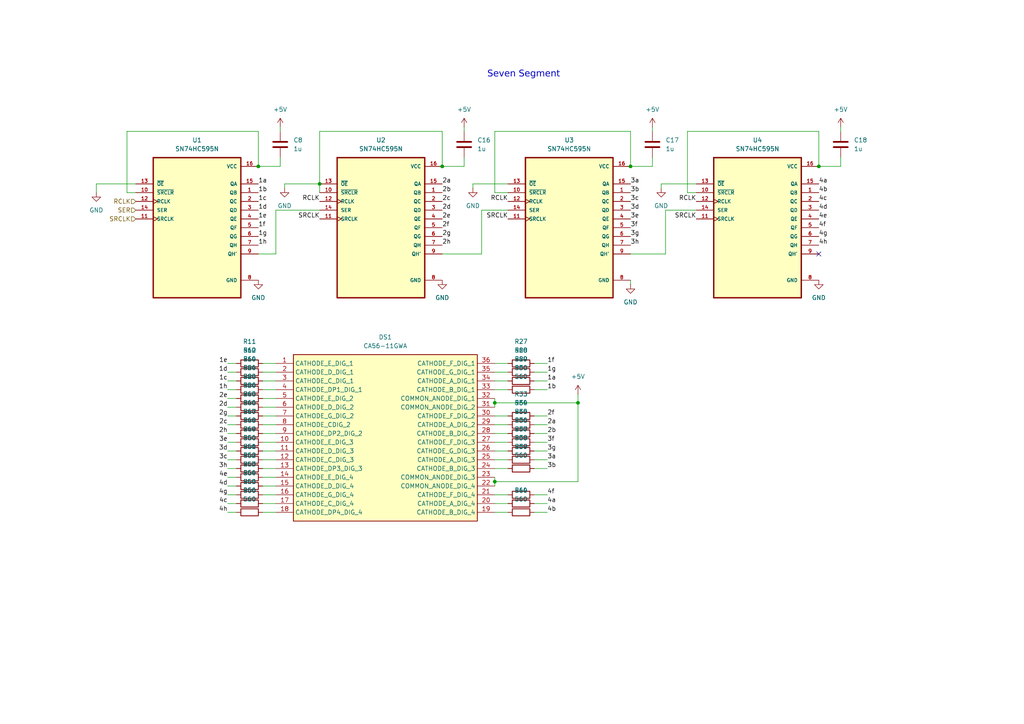
<source format=kicad_sch>
(kicad_sch (version 20250114) (generator "eeschema") (generator_version "9.0")
  (paper "A4")
  (lib_symbols
    (symbol "CA56-11GWA:CA56-11GWA"
      (property "Reference" "DS" (at 59.69 7.62 0))
      (property "Value" "CA56-11GWA" (at 59.69 5.08 0))
      (symbol "CA56-11GWA_1_1"
        (rectangle (start 5.08 2.54) (end 58.42 -45.72) (stroke (width 0.254)) (fill (type background)))
        (pin passive line (at 0 0 0) (length 5.08) (name "CATHODE_E_DIG_1") (number "1"))
        (pin passive line (at 0 -2.54 0) (length 5.08) (name "CATHODE_D_DIG_1") (number "2"))
        (pin passive line (at 0 -5.08 0) (length 5.08) (name "CATHODE_C_DIG_1") (number "3"))
        (pin passive line (at 0 -7.62 0) (length 5.08) (name "CATHODE_DP1_DIG_1") (number "4"))
        (pin passive line (at 0 -10.16 0) (length 5.08) (name "CATHODE_E_DIG_2") (number "5"))
        (pin passive line (at 0 -12.7 0) (length 5.08) (name "CATHODE_D_DIG_2") (number "6"))
        (pin passive line (at 0 -15.24 0) (length 5.08) (name "CATHODE_G_DIG_2") (number "7"))
        (pin passive line (at 0 -17.78 0) (length 5.08) (name "CATHODE_CDIG_2") (number "8"))
        (pin passive line (at 0 -20.32 0) (length 5.08) (name "CATHODE_DP2_DIG_2") (number "9"))
        (pin passive line (at 0 -22.86 0) (length 5.08) (name "CATHODE_E_DIG_3") (number "10"))
        (pin passive line (at 0 -25.4 0) (length 5.08) (name "CATHODE_D_DIG_3") (number "11"))
        (pin passive line (at 0 -27.94 0) (length 5.08) (name "CATHODE_C_DIG_3") (number "12"))
        (pin passive line (at 0 -30.48 0) (length 5.08) (name "CATHODE_DP3_DIG_3") (number "13"))
        (pin passive line (at 0 -33.02 0) (length 5.08) (name "CATHODE_E_DIG_4") (number "14"))
        (pin passive line (at 0 -35.56 0) (length 5.08) (name "CATHODE_D_DIG_4") (number "15"))
        (pin passive line (at 0 -38.1 0) (length 5.08) (name "CATHODE_G_DIG_4") (number "16"))
        (pin passive line (at 0 -40.64 0) (length 5.08) (name "CATHODE_C_DIG_4") (number "17"))
        (pin passive line (at 0 -43.18 0) (length 5.08) (name "CATHODE_DP4_DIG_4") (number "18"))
        (pin passive line (at 63.5 0 180) (length 5.08) (name "CATHODE_F_DIG_1") (number "36"))
        (pin passive line (at 63.5 -2.54 180) (length 5.08) (name "CATHODE_G_DIG_1") (number "35"))
        (pin passive line (at 63.5 -5.08 180) (length 5.08) (name "CATHODE_A_DIG_1") (number "34"))
        (pin passive line (at 63.5 -7.62 180) (length 5.08) (name "CATHODE_B_DIG_1") (number "33"))
        (pin passive line (at 63.5 -10.16 180) (length 5.08) (name "COMMON_ANODE_DIG_1") (number "32"))
        (pin passive line (at 63.5 -12.7 180) (length 5.08) (name "COMMON_ANODE_DIG_2") (number "31"))
        (pin passive line (at 63.5 -15.24 180) (length 5.08) (name "CATHODE_F_DIG_2") (number "30"))
        (pin passive line (at 63.5 -17.78 180) (length 5.08) (name "CATHODE_A_DIG_2") (number "29"))
        (pin passive line (at 63.5 -20.32 180) (length 5.08) (name "CATHODE_B_DIG_2") (number "28"))
        (pin passive line (at 63.5 -22.86 180) (length 5.08) (name "CATHODE_F_DIG_3") (number "27"))
        (pin passive line (at 63.5 -25.4 180) (length 5.08) (name "CATHODE_G_DIG_3") (number "26"))
        (pin passive line (at 63.5 -27.94 180) (length 5.08) (name "CATHODE_A_DIG_3") (number "25"))
        (pin passive line (at 63.5 -30.48 180) (length 5.08) (name "CATHODE_B_DIG_3") (number "24"))
        (pin passive line (at 63.5 -33.02 180) (length 5.08) (name "COMMON_ANODE_DIG_3") (number "23"))
        (pin passive line (at 63.5 -35.56 180) (length 5.08) (name "COMMON_ANODE_DIG_4") (number "22"))
        (pin passive line (at 63.5 -38.1 180) (length 5.08) (name "CATHODE_F_DIG_4") (number "21"))
        (pin passive line (at 63.5 -40.64 180) (length 5.08) (name "CATHODE_A_DIG_4") (number "20"))
        (pin passive line (at 63.5 -43.18 180) (length 5.08) (name "CATHODE_B_DIG_4") (number "19"))
      )
    )
    (symbol "Device:C" (pin_numbers (hide yes)) (pin_names (offset 0.254))
      (property "Reference" "C" (at 0.635 2.54 0))
      (property "Value" "C" (at 0.635 -2.54 0))
      (symbol "C_0_1"
        (polyline (pts (xy -2.032 0.762) (xy 2.032 0.762)) (stroke (width 0.508)))
        (polyline (pts (xy -2.032 -0.762) (xy 2.032 -0.762)) (stroke (width 0.508)))
      )
      (symbol "C_1_1"
        (pin passive line (at 0 3.81 270) (length 2.794) (name "~") (number "1"))
        (pin passive line (at 0 -3.81 90) (length 2.794) (name "~") (number "2"))
      )
    )
    (symbol "Device:R" (pin_numbers (hide yes)) (pin_names (offset 0))
      (property "Reference" "R" (at 2.032 0 90))
      (property "Value" "R" (at 0 0 90))
      (symbol "R_0_1"
        (rectangle (start -1.016 -2.54) (end 1.016 2.54) (stroke (width 0.254)))
      )
      (symbol "R_1_1"
        (pin passive line (at 0 3.81 270) (length 1.27) (name "~") (number "1"))
        (pin passive line (at 0 -3.81 90) (length 1.27) (name "~") (number "2"))
      )
    )
    (symbol "SN74HC595N:SN74HC595N" (pin_names (offset 1.016))
      (property "Reference" "U" (at -12.7 21.32 0))
      (property "Value" "SN74HC595N" (at -12.7 -24.32 0))
      (symbol "SN74HC595N_0_0"
        (rectangle (start -12.7 -20.32) (end 12.7 20.32) (stroke (width 0.41)) (fill (type background)))
        (pin input line (at -17.78 12.7 0) (length 5.08) (name "~{OE}") (number "13"))
        (pin input line (at -17.78 10.16 0) (length 5.08) (name "~{SRCLR}") (number "10"))
        (pin input clock (at -17.78 7.62 0) (length 5.08) (name "RCLK") (number "12"))
        (pin input line (at -17.78 5.08 0) (length 5.08) (name "SER") (number "14"))
        (pin input clock (at -17.78 2.54 0) (length 5.08) (name "SRCLK") (number "11"))
        (pin power_in line (at 17.78 17.78 180) (length 5.08) (name "VCC") (number "16"))
        (pin output line (at 17.78 12.7 180) (length 5.08) (name "QA") (number "15"))
        (pin output line (at 17.78 10.16 180) (length 5.08) (name "QB") (number "1"))
        (pin output line (at 17.78 7.62 180) (length 5.08) (name "QC") (number "2"))
        (pin output line (at 17.78 5.08 180) (length 5.08) (name "QD") (number "3"))
        (pin output line (at 17.78 2.54 180) (length 5.08) (name "QE") (number "4"))
        (pin output line (at 17.78 0 180) (length 5.08) (name "QF") (number "5"))
        (pin output line (at 17.78 -2.54 180) (length 5.08) (name "QG") (number "6"))
        (pin output line (at 17.78 -5.08 180) (length 5.08) (name "QH") (number "7"))
        (pin output line (at 17.78 -7.62 180) (length 5.08) (name "QH'") (number "9"))
        (pin power_in line (at 17.78 -15.24 180) (length 5.08) (name "GND") (number "8"))
      )
    )
    (symbol "power:+5V" (power) (pin_numbers (hide yes)) (pin_names (offset 0) (hide yes))
      (property "Value" "+5V" (at 0 3.556 0))
      (symbol "+5V_0_1"
        (polyline (pts (xy -0.762 1.27) (xy 0 2.54)))
        (polyline (pts (xy 0 2.54) (xy 0.762 1.27)))
        (polyline (pts (xy 0 0) (xy 0 2.54)))
      )
      (symbol "+5V_1_1"
        (pin power_in line (at 0 0 90) (length 0) (name "~") (number "1"))
      )
    )
    (symbol "power:GND" (power) (pin_numbers (hide yes)) (pin_names (offset 0) (hide yes))
      (property "Value" "GND" (at 0 -3.81 0))
      (symbol "GND_0_1"
        (polyline (pts (xy 0 0) (xy 0 -1.27) (xy 1.27 -1.27) (xy 0 -2.54) (xy -1.27 -1.27) (xy 0 -1.27)))
      )
      (symbol "GND_1_1"
        (pin power_in line (at 0 0 270) (length 0) (name "~") (number "1"))
      )
    )
  )
  (text "Seven Segment" (at 151.892 22.098 0) (effects (font (size 1.905 1.905))))
  (junction (at 74.93 48.26))
  (junction (at 167.64 116.84))
  (junction (at 182.88 48.26))
  (junction (at 143.51 116.84))
  (junction (at 92.71 53.34))
  (junction (at 237.49 48.26))
  (junction (at 128.27 48.26))
  (junction (at 143.51 139.7))
  (no_connect (at 237.49 73.66))
  (wire (pts (xy 76.2 110.49) (xy 80.01 110.49)))
  (wire (pts (xy 128.27 73.66) (xy 139.7 73.66)))
  (wire (pts (xy 66.04 105.41) (xy 68.58 105.41)))
  (wire (pts (xy 143.51 128.27) (xy 147.32 128.27)))
  (wire (pts (xy 76.2 123.19) (xy 80.01 123.19)))
  (wire (pts (xy 143.51 123.19) (xy 147.32 123.19)))
  (wire (pts (xy 243.84 36.83) (xy 243.84 38.1)))
  (wire (pts (xy 143.51 139.7) (xy 167.64 139.7)))
  (wire (pts (xy 143.51 148.59) (xy 147.32 148.59)))
  (wire (pts (xy 76.2 128.27) (xy 80.01 128.27)))
  (wire (pts (xy 66.04 115.57) (xy 68.58 115.57)))
  (wire (pts (xy 36.83 38.1) (xy 74.93 38.1)))
  (wire (pts (xy 154.94 120.65) (xy 158.75 120.65)))
  (wire (pts (xy 92.71 55.88) (xy 92.71 53.34)))
  (wire (pts (xy 182.88 48.26) (xy 189.23 48.26)))
  (wire (pts (xy 143.51 133.35) (xy 147.32 133.35)))
  (wire (pts (xy 154.94 135.89) (xy 158.75 135.89)))
  (wire (pts (xy 143.51 120.65) (xy 147.32 120.65)))
  (wire (pts (xy 137.16 53.34) (xy 137.16 54.61)))
  (wire (pts (xy 193.04 73.66) (xy 193.04 60.96)))
  (wire (pts (xy 154.94 130.81) (xy 158.75 130.81)))
  (wire (pts (xy 154.94 128.27) (xy 158.75 128.27)))
  (wire (pts (xy 76.2 118.11) (xy 80.01 118.11)))
  (wire (pts (xy 143.51 125.73) (xy 147.32 125.73)))
  (wire (pts (xy 143.51 146.05) (xy 147.32 146.05)))
  (wire (pts (xy 182.88 81.28) (xy 182.88 82.55)))
  (wire (pts (xy 66.04 125.73) (xy 68.58 125.73)))
  (wire (pts (xy 154.94 146.05) (xy 158.75 146.05)))
  (wire (pts (xy 143.51 116.84) (xy 167.64 116.84)))
  (wire (pts (xy 36.83 55.88) (xy 36.83 38.1)))
  (wire (pts (xy 147.32 55.88) (xy 143.51 55.88)))
  (wire (pts (xy 237.49 48.26) (xy 243.84 48.26)))
  (wire (pts (xy 143.51 139.7) (xy 143.51 140.97)))
  (wire (pts (xy 134.62 45.72) (xy 134.62 48.26)))
  (wire (pts (xy 154.94 123.19) (xy 158.75 123.19)))
  (wire (pts (xy 143.51 130.81) (xy 147.32 130.81)))
  (wire (pts (xy 76.2 115.57) (xy 80.01 115.57)))
  (wire (pts (xy 193.04 60.96) (xy 201.93 60.96)))
  (wire (pts (xy 27.94 53.34) (xy 27.94 55.88)))
  (wire (pts (xy 76.2 138.43) (xy 80.01 138.43)))
  (wire (pts (xy 167.64 139.7) (xy 167.64 116.84)))
  (wire (pts (xy 76.2 148.59) (xy 80.01 148.59)))
  (wire (pts (xy 81.28 45.72) (xy 81.28 48.26)))
  (wire (pts (xy 66.04 138.43) (xy 68.58 138.43)))
  (wire (pts (xy 81.28 36.83) (xy 81.28 38.1)))
  (wire (pts (xy 143.51 38.1) (xy 182.88 38.1)))
  (wire (pts (xy 76.2 135.89) (xy 80.01 135.89)))
  (wire (pts (xy 143.51 135.89) (xy 147.32 135.89)))
  (wire (pts (xy 128.27 38.1) (xy 128.27 48.26)))
  (wire (pts (xy 82.55 53.34) (xy 82.55 54.61)))
  (wire (pts (xy 243.84 45.72) (xy 243.84 48.26)))
  (wire (pts (xy 143.51 138.43) (xy 143.51 139.7)))
  (wire (pts (xy 137.16 53.34) (xy 147.32 53.34)))
  (wire (pts (xy 154.94 133.35) (xy 158.75 133.35)))
  (wire (pts (xy 66.04 135.89) (xy 68.58 135.89)))
  (wire (pts (xy 154.94 107.95) (xy 158.75 107.95)))
  (wire (pts (xy 201.93 55.88) (xy 199.39 55.88)))
  (wire (pts (xy 154.94 105.41) (xy 158.75 105.41)))
  (wire (pts (xy 76.2 113.03) (xy 80.01 113.03)))
  (wire (pts (xy 74.93 38.1) (xy 74.93 48.26)))
  (wire (pts (xy 182.88 73.66) (xy 193.04 73.66)))
  (wire (pts (xy 139.7 60.96) (xy 147.32 60.96)))
  (wire (pts (xy 143.51 105.41) (xy 147.32 105.41)))
  (wire (pts (xy 74.93 48.26) (xy 81.28 48.26)))
  (wire (pts (xy 154.94 110.49) (xy 158.75 110.49)))
  (wire (pts (xy 76.2 105.41) (xy 80.01 105.41)))
  (wire (pts (xy 143.51 110.49) (xy 147.32 110.49)))
  (wire (pts (xy 76.2 107.95) (xy 80.01 107.95)))
  (wire (pts (xy 66.04 120.65) (xy 68.58 120.65)))
  (wire (pts (xy 66.04 110.49) (xy 68.58 110.49)))
  (wire (pts (xy 143.51 107.95) (xy 147.32 107.95)))
  (wire (pts (xy 143.51 55.88) (xy 143.51 38.1)))
  (wire (pts (xy 128.27 48.26) (xy 134.62 48.26)))
  (wire (pts (xy 167.64 116.84) (xy 167.64 114.3)))
  (wire (pts (xy 82.55 53.34) (xy 92.71 53.34)))
  (wire (pts (xy 182.88 38.1) (xy 182.88 48.26)))
  (wire (pts (xy 66.04 133.35) (xy 68.58 133.35)))
  (wire (pts (xy 66.04 128.27) (xy 68.58 128.27)))
  (wire (pts (xy 74.93 73.66) (xy 80.01 73.66)))
  (wire (pts (xy 154.94 113.03) (xy 158.75 113.03)))
  (wire (pts (xy 76.2 133.35) (xy 80.01 133.35)))
  (wire (pts (xy 237.49 38.1) (xy 237.49 48.26)))
  (wire (pts (xy 92.71 53.34) (xy 92.71 38.1)))
  (wire (pts (xy 143.51 113.03) (xy 147.32 113.03)))
  (wire (pts (xy 76.2 140.97) (xy 80.01 140.97)))
  (wire (pts (xy 66.04 130.81) (xy 68.58 130.81)))
  (wire (pts (xy 92.71 38.1) (xy 128.27 38.1)))
  (wire (pts (xy 80.01 60.96) (xy 92.71 60.96)))
  (wire (pts (xy 66.04 123.19) (xy 68.58 123.19)))
  (wire (pts (xy 76.2 125.73) (xy 80.01 125.73)))
  (wire (pts (xy 189.23 36.83) (xy 189.23 38.1)))
  (wire (pts (xy 134.62 36.83) (xy 134.62 38.1)))
  (wire (pts (xy 66.04 143.51) (xy 68.58 143.51)))
  (wire (pts (xy 80.01 73.66) (xy 80.01 60.96)))
  (wire (pts (xy 39.37 53.34) (xy 27.94 53.34)))
  (wire (pts (xy 76.2 143.51) (xy 80.01 143.51)))
  (wire (pts (xy 143.51 143.51) (xy 147.32 143.51)))
  (wire (pts (xy 154.94 143.51) (xy 158.75 143.51)))
  (wire (pts (xy 143.51 116.84) (xy 143.51 118.11)))
  (wire (pts (xy 39.37 55.88) (xy 36.83 55.88)))
  (wire (pts (xy 66.04 107.95) (xy 68.58 107.95)))
  (wire (pts (xy 66.04 148.59) (xy 68.58 148.59)))
  (wire (pts (xy 139.7 73.66) (xy 139.7 60.96)))
  (wire (pts (xy 199.39 55.88) (xy 199.39 38.1)))
  (wire (pts (xy 191.77 53.34) (xy 191.77 54.61)))
  (wire (pts (xy 154.94 148.59) (xy 158.75 148.59)))
  (wire (pts (xy 143.51 115.57) (xy 143.51 116.84)))
  (wire (pts (xy 66.04 140.97) (xy 68.58 140.97)))
  (wire (pts (xy 66.04 113.03) (xy 68.58 113.03)))
  (wire (pts (xy 154.94 125.73) (xy 158.75 125.73)))
  (wire (pts (xy 191.77 53.34) (xy 201.93 53.34)))
  (wire (pts (xy 76.2 146.05) (xy 80.01 146.05)))
  (wire (pts (xy 199.39 38.1) (xy 237.49 38.1)))
  (wire (pts (xy 76.2 130.81) (xy 80.01 130.81)))
  (wire (pts (xy 66.04 146.05) (xy 68.58 146.05)))
  (wire (pts (xy 189.23 45.72) (xy 189.23 48.26)))
  (wire (pts (xy 76.2 120.65) (xy 80.01 120.65)))
  (wire (pts (xy 66.04 118.11) (xy 68.58 118.11)))
  (label "4d" (at 66.04 140.97 180))
  (label "3a" (at 182.88 53.34 0))
  (label "2h" (at 66.04 125.73 180))
  (label "4b" (at 237.49 55.88 0))
  (label "3d" (at 182.88 60.96 0))
  (label "2a" (at 128.27 53.34 0))
  (label "SRCLK" (at 147.32 63.5 180))
  (label "2f" (at 158.75 120.65 0))
  (label "3g" (at 158.75 130.81 0))
  (label "1c" (at 66.04 110.49 180))
  (label "1g" (at 158.75 107.95 0))
  (label "3h" (at 182.88 71.12 0))
  (label "4c" (at 66.04 146.05 180))
  (label "SRCLK" (at 92.71 63.5 180))
  (label "4g" (at 66.04 143.51 180))
  (label "3d" (at 66.04 130.81 180))
  (label "2a" (at 158.75 123.19 0))
  (label "2h" (at 128.27 71.12 0))
  (label "4c" (at 237.49 58.42 0))
  (label "1c" (at 74.93 58.42 0))
  (label "1d" (at 74.93 60.96 0))
  (label "1f" (at 74.93 66.04 0))
  (label "4g" (at 237.49 68.58 0))
  (label "3b" (at 158.75 135.89 0))
  (label "1a" (at 74.93 53.34 0))
  (label "3b" (at 182.88 55.88 0))
  (label "1g" (at 74.93 68.58 0))
  (label "1d" (at 66.04 107.95 180))
  (label "2g" (at 66.04 120.65 180))
  (label "2b" (at 158.75 125.73 0))
  (label "3f" (at 182.88 66.04 0))
  (label "RCLK" (at 147.32 58.42 180))
  (label "2f" (at 128.27 66.04 0))
  (label "3e" (at 66.04 128.27 180))
  (label "4a" (at 237.49 53.34 0))
  (label "4a" (at 158.75 146.05 0))
  (label "4e" (at 237.49 63.5 0))
  (label "4f" (at 158.75 143.51 0))
  (label "RCLK" (at 201.93 58.42 180))
  (label "2d" (at 128.27 60.96 0))
  (label "3a" (at 158.75 133.35 0))
  (label "1b" (at 158.75 113.03 0))
  (label "1e" (at 66.04 105.41 180))
  (label "3h" (at 66.04 135.89 180))
  (label "3f" (at 158.75 128.27 0))
  (label "1b" (at 74.93 55.88 0))
  (label "4h" (at 66.04 148.59 180))
  (label "2e" (at 128.27 63.5 0))
  (label "2c" (at 128.27 58.42 0))
  (label "1a" (at 158.75 110.49 0))
  (label "4e" (at 66.04 138.43 180))
  (label "2e" (at 66.04 115.57 180))
  (label "1f" (at 158.75 105.41 0))
  (label "3c" (at 66.04 133.35 180))
  (label "2c" (at 66.04 123.19 180))
  (label "1h" (at 74.93 71.12 0))
  (label "4h" (at 237.49 71.12 0))
  (label "1h" (at 66.04 113.03 180))
  (label "2b" (at 128.27 55.88 0))
  (label "1e" (at 74.93 63.5 0))
  (label "4b" (at 158.75 148.59 0))
  (label "SRCLK" (at 201.93 63.5 180))
  (label "2g" (at 128.27 68.58 0))
  (label "3g" (at 182.88 68.58 0))
  (label "2d" (at 66.04 118.11 180))
  (label "3e" (at 182.88 63.5 0))
  (label "RCLK" (at 92.71 58.42 180))
  (label "3c" (at 182.88 58.42 0))
  (label "4f" (at 237.49 66.04 0))
  (label "4d" (at 237.49 60.96 0))
  (hierarchical_label "SER" (shape input) (at 39.37 60.96 180))
  (hierarchical_label "RCLK" (shape input) (at 39.37 58.42 180))
  (hierarchical_label "SRCLK" (shape input) (at 39.37 63.5 180))
  (symbol (lib_id "Device:R") (at 72.39 133.35 90) (unit 1)
    (property "Reference" "R50" (at 72.39 127 90))
    (property "Value" "560" (at 72.39 129.54 90))
    (property "Description" "Resistor" (effects (hide yes)))
  )
  (symbol (lib_id "SN74HC595N:SN74HC595N") (at 165.1 66.04 0) (unit 1)
    (property "Reference" "U3" (at 165.1 40.64 0))
    (property "Value" "SN74HC595N" (at 165.1 43.18 0))
    (property "Footprint" "SN74HC595N:DIP794W45P254L1969H508Q16" (effects (hide yes)))
    (property "MF" "Texas Instruments" (effects (hide yes)))
    (property "Description_1" "8-bit shift registers with 3-state output registers" (effects (hide yes)))
    (property "Package" "PDIP-16 Texas Instruments" (effects (hide yes)))
    (property "Price" "None" (effects (hide yes)))
    (property "SnapEDA_Link" "https://www.snapeda.com/parts/SN74HC595N/Texas+Instruments/view-part/?ref=snap" (effects (hide yes)))
    (property "MP" "SN74HC595N" (effects (hide yes)))
    (property "Availability" "In Stock" (effects (hide yes)))
    (property "Check_prices" "https://www.snapeda.com/parts/SN74HC595N/Texas+Instruments/view-part/?ref=eda" (effects (hide yes)))
  )
  (symbol (lib_id "Device:R") (at 151.13 133.35 90) (unit 1)
    (property "Reference" "R38" (at 151.13 127 90))
    (property "Value" "560" (at 151.13 129.54 90))
    (property "Description" "Resistor" (effects (hide yes)))
  )
  (symbol (lib_id "Device:R") (at 151.13 120.65 90) (unit 1)
    (property "Reference" "R33" (at 151.13 114.3 90))
    (property "Value" "560" (at 151.13 116.84 90))
    (property "Description" "Resistor" (effects (hide yes)))
  )
  (symbol (lib_id "Device:R") (at 72.39 148.59 90) (unit 1)
    (property "Reference" "R56" (at 72.39 142.24 90))
    (property "Value" "560" (at 72.39 144.78 90))
    (property "Description" "Resistor" (effects (hide yes)))
  )
  (symbol (lib_id "Device:R") (at 151.13 135.89 90) (unit 1)
    (property "Reference" "R39" (at 151.13 129.54 90))
    (property "Value" "560" (at 151.13 132.08 90))
    (property "Description" "Resistor" (effects (hide yes)))
  )
  (symbol (lib_id "power:+5V") (at 189.23 36.83 0) (unit 1)
    (property "Reference" "#PWR010" (effects (hide yes)))
    (property "Value" "+5V" (at 189.23 31.75 0))
    (property "Description" "Power symbol creates a global label with name \"+5V\"" (effects (hide yes)))
  )
  (symbol (lib_id "Device:R") (at 72.39 143.51 90) (unit 1)
    (property "Reference" "R54" (at 72.39 137.16 90))
    (property "Value" "560" (at 72.39 139.7 90))
    (property "Description" "Resistor" (effects (hide yes)))
  )
  (symbol (lib_id "Device:R") (at 151.13 128.27 90) (unit 1)
    (property "Reference" "R36" (at 151.13 121.92 90))
    (property "Value" "560" (at 151.13 124.46 90))
    (property "Description" "Resistor" (effects (hide yes)))
  )
  (symbol (lib_id "power:GND") (at 27.94 55.88 0) (unit 1)
    (property "Reference" "#PWR028" (effects (hide yes)))
    (property "Value" "GND" (at 27.94 60.96 0))
    (property "Description" "Power symbol creates a global label with name \"GND\" , ground" (effects (hide yes)))
  )
  (symbol (lib_id "Device:R") (at 151.13 107.95 90) (unit 1)
    (property "Reference" "R28" (at 151.13 101.6 90))
    (property "Value" "560" (at 151.13 104.14 90))
    (property "Description" "Resistor" (effects (hide yes)))
  )
  (symbol (lib_id "Device:R") (at 72.39 118.11 90) (unit 1)
    (property "Reference" "R26" (at 72.39 111.76 90))
    (property "Value" "560" (at 72.39 114.3 90))
    (property "Description" "Resistor" (effects (hide yes)))
  )
  (symbol (lib_id "Device:R") (at 72.39 140.97 90) (unit 1)
    (property "Reference" "R53" (at 72.39 134.62 90))
    (property "Value" "560" (at 72.39 137.16 90))
    (property "Description" "Resistor" (effects (hide yes)))
  )
  (symbol (lib_id "Device:R") (at 72.39 120.65 90) (unit 1)
    (property "Reference" "R45" (at 72.39 114.3 90))
    (property "Value" "560" (at 72.39 116.84 90))
    (property "Description" "Resistor" (effects (hide yes)))
  )
  (symbol (lib_id "Device:R") (at 151.13 146.05 90) (unit 1)
    (property "Reference" "R43" (effects (hide yes)))
    (property "Value" "560" (at 151.13 142.24 90))
    (property "Description" "Resistor" (effects (hide yes)))
  )
  (symbol (lib_id "Device:R") (at 72.39 130.81 90) (unit 1)
    (property "Reference" "R49" (at 72.39 124.46 90))
    (property "Value" "560" (at 72.39 127 90))
    (property "Description" "Resistor" (effects (hide yes)))
  )
  (symbol (lib_id "Device:R") (at 72.39 113.03 90) (unit 1)
    (property "Reference" "R24" (at 72.39 106.68 90))
    (property "Value" "560" (at 72.39 109.22 90))
    (property "Description" "Resistor" (effects (hide yes)))
  )
  (symbol (lib_id "Device:R") (at 72.39 123.19 90) (unit 1)
    (property "Reference" "R46" (at 72.39 116.84 90))
    (property "Value" "560" (at 72.39 119.38 90))
    (property "Description" "Resistor" (effects (hide yes)))
  )
  (symbol (lib_id "SN74HC595N:SN74HC595N") (at 219.71 66.04 0) (unit 1)
    (property "Reference" "U4" (at 219.71 40.64 0))
    (property "Value" "SN74HC595N" (at 219.71 43.18 0))
    (property "Footprint" "SN74HC595N:DIP794W45P254L1969H508Q16" (effects (hide yes)))
    (property "MF" "Texas Instruments" (effects (hide yes)))
    (property "Description_1" "8-bit shift registers with 3-state output registers" (effects (hide yes)))
    (property "Package" "PDIP-16 Texas Instruments" (effects (hide yes)))
    (property "Price" "None" (effects (hide yes)))
    (property "SnapEDA_Link" "https://www.snapeda.com/parts/SN74HC595N/Texas+Instruments/view-part/?ref=snap" (effects (hide yes)))
    (property "MP" "SN74HC595N" (effects (hide yes)))
    (property "Availability" "In Stock" (effects (hide yes)))
    (property "Check_prices" "https://www.snapeda.com/parts/SN74HC595N/Texas+Instruments/view-part/?ref=eda" (effects (hide yes)))
  )
  (symbol (lib_id "power:GND") (at 82.55 54.61 0) (unit 1)
    (property "Reference" "#PWR029" (effects (hide yes)))
    (property "Value" "GND" (at 82.55 59.69 0))
    (property "Description" "Power symbol creates a global label with name \"GND\" , ground" (effects (hide yes)))
  )
  (symbol (lib_id "Device:R") (at 151.13 125.73 90) (unit 1)
    (property "Reference" "R35" (at 151.13 119.38 90))
    (property "Value" "560" (at 151.13 121.92 90))
    (property "Description" "Resistor" (effects (hide yes)))
  )
  (symbol (lib_id "Device:R") (at 72.39 135.89 90) (unit 1)
    (property "Reference" "R51" (at 72.39 129.54 90))
    (property "Value" "560" (at 72.39 132.08 90))
    (property "Description" "Resistor" (effects (hide yes)))
  )
  (symbol (lib_id "Device:C") (at 134.62 41.91 0) (unit 1)
    (property "Reference" "C16" (at 138.43 40.6399 0) (effects (justify left)))
    (property "Value" "1u" (at 138.43 43.1799 0) (effects (justify left)))
    (property "Description" "Unpolarized capacitor" (effects (hide yes)))
  )
  (symbol (lib_id "power:+5V") (at 134.62 36.83 0) (unit 1)
    (property "Reference" "#PWR09" (effects (hide yes)))
    (property "Value" "+5V" (at 134.62 31.75 0))
    (property "Description" "Power symbol creates a global label with name \"+5V\"" (effects (hide yes)))
  )
  (symbol (lib_id "Device:R") (at 151.13 130.81 90) (unit 1)
    (property "Reference" "R37" (at 151.13 124.46 90))
    (property "Value" "560" (at 151.13 127 90))
    (property "Description" "Resistor" (effects (hide yes)))
  )
  (symbol (lib_id "power:GND") (at 128.27 81.28 0) (unit 1)
    (property "Reference" "#PWR049" (effects (hide yes)))
    (property "Value" "GND" (at 128.27 86.36 0))
    (property "Description" "Power symbol creates a global label with name \"GND\" , ground" (effects (hide yes)))
  )
  (symbol (lib_id "Device:R") (at 72.39 125.73 90) (unit 1)
    (property "Reference" "R47" (at 72.39 119.38 90))
    (property "Value" "560" (at 72.39 121.92 90))
    (property "Description" "Resistor" (effects (hide yes)))
  )
  (symbol (lib_id "Device:R") (at 151.13 148.59 90) (unit 1)
    (property "Reference" "R44" (at 151.13 142.24 90))
    (property "Value" "560" (at 151.13 144.78 90))
    (property "Description" "Resistor" (effects (hide yes)))
  )
  (symbol (lib_id "Device:R") (at 151.13 113.03 90) (unit 1)
    (property "Reference" "R30" (at 151.13 106.68 90))
    (property "Value" "560" (at 151.13 109.22 90))
    (property "Description" "Resistor" (effects (hide yes)))
  )
  (symbol (lib_id "Device:R") (at 72.39 128.27 90) (unit 1)
    (property "Reference" "R48" (at 72.39 121.92 90))
    (property "Value" "560" (at 72.39 124.46 90))
    (property "Description" "Resistor" (effects (hide yes)))
  )
  (symbol (lib_id "Device:R") (at 72.39 105.41 90) (unit 1)
    (property "Reference" "R11" (at 72.39 99.06 90))
    (property "Value" "560" (at 72.39 101.6 90))
    (property "Description" "Resistor" (effects (hide yes)))
  )
  (symbol (lib_id "power:GND") (at 191.77 54.61 0) (unit 1)
    (property "Reference" "#PWR045" (effects (hide yes)))
    (property "Value" "GND" (at 191.77 59.69 0))
    (property "Description" "Power symbol creates a global label with name \"GND\" , ground" (effects (hide yes)))
  )
  (symbol (lib_id "SN74HC595N:SN74HC595N") (at 110.49 66.04 0) (unit 1)
    (property "Reference" "U2" (at 110.49 40.64 0))
    (property "Value" "SN74HC595N" (at 110.49 43.18 0))
    (property "Footprint" "SN74HC595N:DIP794W45P254L1969H508Q16" (effects (hide yes)))
    (property "MF" "Texas Instruments" (effects (hide yes)))
    (property "Description_1" "8-bit shift registers with 3-state output registers" (effects (hide yes)))
    (property "Package" "PDIP-16 Texas Instruments" (effects (hide yes)))
    (property "Price" "None" (effects (hide yes)))
    (property "SnapEDA_Link" "https://www.snapeda.com/parts/SN74HC595N/Texas+Instruments/view-part/?ref=snap" (effects (hide yes)))
    (property "MP" "SN74HC595N" (effects (hide yes)))
    (property "Availability" "In Stock" (effects (hide yes)))
    (property "Check_prices" "https://www.snapeda.com/parts/SN74HC595N/Texas+Instruments/view-part/?ref=eda" (effects (hide yes)))
  )
  (symbol (lib_id "Device:R") (at 72.39 138.43 90) (unit 1)
    (property "Reference" "R52" (at 72.39 132.08 90))
    (property "Value" "560" (at 72.39 134.62 90))
    (property "Description" "Resistor" (effects (hide yes)))
  )
  (symbol (lib_id "power:GND") (at 182.88 82.55 0) (unit 1)
    (property "Reference" "#PWR048" (effects (hide yes)))
    (property "Value" "GND" (at 182.88 87.63 0))
    (property "Description" "Power symbol creates a global label with name \"GND\" , ground" (effects (hide yes)))
  )
  (symbol (lib_id "Device:R") (at 72.39 107.95 90) (unit 1)
    (property "Reference" "R12" (at 72.39 101.6 90))
    (property "Value" "560" (at 72.39 104.14 90))
    (property "Description" "Resistor" (effects (hide yes)))
  )
  (symbol (lib_id "power:GND") (at 74.93 81.28 0) (unit 1)
    (property "Reference" "#PWR051" (effects (hide yes)))
    (property "Value" "GND" (at 74.93 86.36 0))
    (property "Description" "Power symbol creates a global label with name \"GND\" , ground" (effects (hide yes)))
  )
  (symbol (lib_id "power:GND") (at 237.49 81.28 0) (unit 1)
    (property "Reference" "#PWR050" (effects (hide yes)))
    (property "Value" "GND" (at 237.49 86.36 0))
    (property "Description" "Power symbol creates a global label with name \"GND\" , ground" (effects (hide yes)))
  )
  (symbol (lib_id "Device:R") (at 72.39 110.49 90) (unit 1)
    (property "Reference" "R14" (at 72.39 104.14 90))
    (property "Value" "560" (at 72.39 106.68 90))
    (property "Description" "Resistor" (effects (hide yes)))
  )
  (symbol (lib_id "power:+5V") (at 167.64 114.3 0) (unit 1)
    (property "Reference" "#PWR018" (effects (hide yes)))
    (property "Value" "+5V" (at 167.64 109.22 0))
    (property "Description" "Power symbol creates a global label with name \"+5V\"" (effects (hide yes)))
  )
  (symbol (lib_id "Device:R") (at 151.13 123.19 90) (unit 1)
    (property "Reference" "R34" (at 151.13 116.84 90))
    (property "Value" "560" (at 151.13 119.38 90))
    (property "Description" "Resistor" (effects (hide yes)))
  )
  (symbol (lib_id "Device:R") (at 151.13 105.41 90) (unit 1)
    (property "Reference" "R27" (at 151.13 99.06 90))
    (property "Value" "560" (at 151.13 101.6 90))
    (property "Description" "Resistor" (effects (hide yes)))
  )
  (symbol (lib_id "power:+5V") (at 243.84 36.83 0) (unit 1)
    (property "Reference" "#PWR012" (effects (hide yes)))
    (property "Value" "+5V" (at 243.84 31.75 0))
    (property "Description" "Power symbol creates a global label with name \"+5V\"" (effects (hide yes)))
  )
  (symbol (lib_id "Device:C") (at 189.23 41.91 0) (unit 1)
    (property "Reference" "C17" (at 193.04 40.6399 0) (effects (justify left)))
    (property "Value" "1u" (at 193.04 43.1799 0) (effects (justify left)))
    (property "Description" "Unpolarized capacitor" (effects (hide yes)))
  )
  (symbol (lib_id "CA56-11GWA:CA56-11GWA") (at 80.01 105.41 0) (unit 1)
    (property "Reference" "DS1" (at 111.76 97.79 0))
    (property "Value" "CA56-11GWA" (at 111.76 100.33 0))
    (property "Footprint" "CA5611GWA" (effects (hide yes)))
    (property "Datasheet" "https://componentsearchengine.com/Datasheets/2/CA56-11GWA.pdf" (effects (hide yes)))
    (property "Description" "Display: LED; 7-segment; 14mm; 0.56\"; No.char:4; green; 310.5mcd" (effects (hide yes)))
    (property "Height" "8.35" (effects (hide yes)))
    (property "Mouser Part Number" "604-CA56-11GWA" (effects (hide yes)))
    (property "Mouser Price/Stock" "https://www.mouser.co.uk/ProductDetail/Kingbright/CA56-11GWA?qs=f499HRGa1RkeWdb5ZgdDwg%3D%3D" (effects (hide yes)))
    (property "Manufacturer_Name" "Kingbright" (effects (hide yes)))
    (property "Manufacturer_Part_Number" "CA56-11GWA" (effects (hide yes)))
  )
  (symbol (lib_id "Device:R") (at 72.39 146.05 90) (unit 1)
    (property "Reference" "R55" (at 72.39 139.7 90))
    (property "Value" "560" (at 72.39 142.24 90))
    (property "Description" "Resistor" (effects (hide yes)))
  )
  (symbol (lib_id "Device:R") (at 151.13 143.51 90) (unit 1)
    (property "Reference" "R42" (effects (hide yes)))
    (property "Value" "560" (effects (hide yes)))
    (property "Description" "Resistor" (effects (hide yes)))
  )
  (symbol (lib_id "Device:C") (at 81.28 41.91 0) (unit 1)
    (property "Reference" "C8" (at 85.09 40.6399 0) (effects (justify left)))
    (property "Value" "1u" (at 85.09 43.1799 0) (effects (justify left)))
    (property "Description" "Unpolarized capacitor" (effects (hide yes)))
  )
  (symbol (lib_id "power:GND") (at 137.16 54.61 0) (unit 1)
    (property "Reference" "#PWR036" (effects (hide yes)))
    (property "Value" "GND" (at 137.16 59.69 0))
    (property "Description" "Power symbol creates a global label with name \"GND\" , ground" (effects (hide yes)))
  )
  (symbol (lib_id "SN74HC595N:SN74HC595N") (at 57.15 66.04 0) (unit 1)
    (property "Reference" "U1" (at 57.15 40.64 0))
    (property "Value" "SN74HC595N" (at 57.15 43.18 0))
    (property "Footprint" "SN74HC595N:DIP794W45P254L1969H508Q16" (effects (hide yes)))
    (property "MF" "Texas Instruments" (effects (hide yes)))
    (property "Description_1" "8-bit shift registers with 3-state output registers" (effects (hide yes)))
    (property "Package" "PDIP-16 Texas Instruments" (effects (hide yes)))
    (property "Price" "None" (effects (hide yes)))
    (property "SnapEDA_Link" "https://www.snapeda.com/parts/SN74HC595N/Texas+Instruments/view-part/?ref=snap" (effects (hide yes)))
    (property "MP" "SN74HC595N" (effects (hide yes)))
    (property "Availability" "In Stock" (effects (hide yes)))
    (property "Check_prices" "https://www.snapeda.com/parts/SN74HC595N/Texas+Instruments/view-part/?ref=eda" (effects (hide yes)))
  )
  (symbol (lib_id "Device:C") (at 243.84 41.91 0) (unit 1)
    (property "Reference" "C18" (at 247.65 40.6399 0) (effects (justify left)))
    (property "Value" "1u" (at 247.65 43.1799 0) (effects (justify left)))
    (property "Description" "Unpolarized capacitor" (effects (hide yes)))
  )
  (symbol (lib_id "power:+5V") (at 81.28 36.83 0) (unit 1)
    (property "Reference" "#PWR04" (effects (hide yes)))
    (property "Value" "+5V" (at 81.28 31.75 0))
    (property "Description" "Power symbol creates a global label with name \"+5V\"" (effects (hide yes)))
  )
  (symbol (lib_id "Device:R") (at 72.39 115.57 90) (unit 1)
    (property "Reference" "R25" (at 72.39 109.22 90))
    (property "Value" "560" (at 72.39 111.76 90))
    (property "Description" "Resistor" (effects (hide yes)))
  )
  (symbol (lib_id "Device:R") (at 151.13 110.49 90) (unit 1)
    (property "Reference" "R29" (at 151.13 104.14 90))
    (property "Value" "560" (at 151.13 106.68 90))
    (property "Description" "Resistor" (effects (hide yes)))
  )
)
</source>
